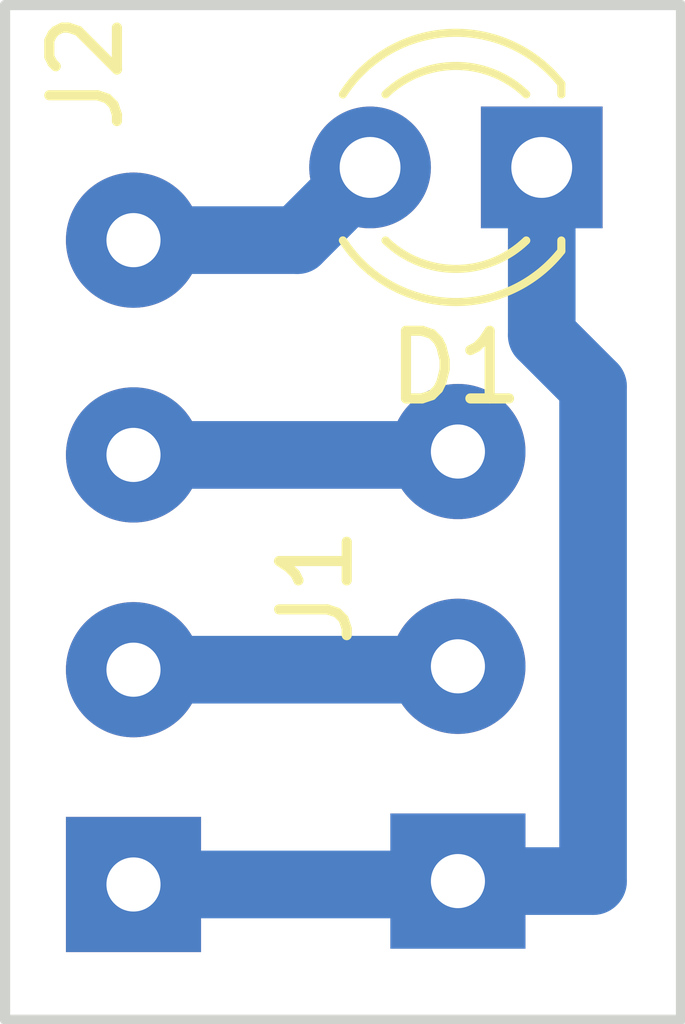
<source format=kicad_pcb>
(kicad_pcb (version 20171130) (host pcbnew 5.0.2-bee76a0~70~ubuntu18.04.1)

  (general
    (thickness 1.6)
    (drawings 4)
    (tracks 12)
    (zones 0)
    (modules 3)
    (nets 5)
  )

  (page A4)
  (layers
    (0 F.Cu signal)
    (31 B.Cu signal)
    (32 B.Adhes user)
    (33 F.Adhes user)
    (34 B.Paste user)
    (35 F.Paste user)
    (36 B.SilkS user)
    (37 F.SilkS user)
    (38 B.Mask user)
    (39 F.Mask user)
    (40 Dwgs.User user)
    (41 Cmts.User user)
    (42 Eco1.User user)
    (43 Eco2.User user)
    (44 Edge.Cuts user)
    (45 Margin user)
    (46 B.CrtYd user)
    (47 F.CrtYd user)
    (48 B.Fab user)
    (49 F.Fab user)
  )

  (setup
    (last_trace_width 1)
    (trace_clearance 0.5)
    (zone_clearance 0.508)
    (zone_45_only no)
    (trace_min 0.2)
    (segment_width 0.2)
    (edge_width 0.15)
    (via_size 0.8)
    (via_drill 0.4)
    (via_min_size 0.4)
    (via_min_drill 0.3)
    (uvia_size 0.3)
    (uvia_drill 0.1)
    (uvias_allowed no)
    (uvia_min_size 0.2)
    (uvia_min_drill 0.1)
    (pcb_text_width 0.3)
    (pcb_text_size 1.5 1.5)
    (mod_edge_width 0.15)
    (mod_text_size 1 1)
    (mod_text_width 0.15)
    (pad_size 1.524 1.524)
    (pad_drill 0.762)
    (pad_to_mask_clearance 0.051)
    (solder_mask_min_width 0.25)
    (aux_axis_origin 0 0)
    (visible_elements FFFFFF7F)
    (pcbplotparams
      (layerselection 0x010fc_ffffffff)
      (usegerberextensions true)
      (usegerberattributes false)
      (usegerberadvancedattributes false)
      (creategerberjobfile false)
      (excludeedgelayer true)
      (linewidth 0.100000)
      (plotframeref false)
      (viasonmask false)
      (mode 1)
      (useauxorigin false)
      (hpglpennumber 1)
      (hpglpenspeed 20)
      (hpglpendiameter 15.000000)
      (psnegative false)
      (psa4output false)
      (plotreference true)
      (plotvalue true)
      (plotinvisibletext false)
      (padsonsilk false)
      (subtractmaskfromsilk false)
      (outputformat 1)
      (mirror false)
      (drillshape 0)
      (scaleselection 1)
      (outputdirectory "Gerber/"))
  )

  (net 0 "")
  (net 1 "Net-(D1-Pad1)")
  (net 2 "Net-(D1-Pad2)")
  (net 3 "Net-(J1-Pad2)")
  (net 4 "Net-(J1-Pad3)")

  (net_class Default "This is the default net class."
    (clearance 0.5)
    (trace_width 1)
    (via_dia 0.8)
    (via_drill 0.4)
    (uvia_dia 0.3)
    (uvia_drill 0.1)
    (add_net "Net-(D1-Pad1)")
    (add_net "Net-(D1-Pad2)")
    (add_net "Net-(J1-Pad2)")
    (add_net "Net-(J1-Pad3)")
  )

  (module Connector_Wire:SolderWirePad_1x03_P3.175mm_Drill0.8mm (layer F.Cu) (tedit 5CC29F5A) (tstamp 5CC2A1AC)
    (at 137.7 77.55 90)
    (descr "Wire solder connection")
    (tags connector)
    (path /5CC06330)
    (attr virtual)
    (fp_text reference J1 (at 4.35 -2.1 90) (layer F.SilkS)
      (effects (font (size 1 1) (thickness 0.15)))
    )
    (fp_text value Conn_01x03 (at 3.175 2.54 90) (layer F.Fab) hide
      (effects (font (size 1 1) (thickness 0.15)))
    )
    (fp_text user %R (at 3.175 0 90) (layer F.Fab)
      (effects (font (size 1 1) (thickness 0.15)))
    )
    (fp_line (start -1.49 -1.5) (end 7.85 -1.5) (layer F.CrtYd) (width 0.05))
    (fp_line (start -1.49 -1.5) (end -1.49 1.5) (layer F.CrtYd) (width 0.05))
    (fp_line (start 7.85 1.5) (end 7.85 -1.5) (layer F.CrtYd) (width 0.05))
    (fp_line (start 7.85 1.5) (end -1.49 1.5) (layer F.CrtYd) (width 0.05))
    (pad 1 thru_hole rect (at 0 0 90) (size 1.99898 1.99898) (drill 0.8001) (layers *.Cu *.Mask)
      (net 1 "Net-(D1-Pad1)"))
    (pad 2 thru_hole circle (at 3.175 0 90) (size 1.99898 1.99898) (drill 0.8001) (layers *.Cu *.Mask)
      (net 3 "Net-(J1-Pad2)"))
    (pad 3 thru_hole circle (at 6.35 0 90) (size 1.99898 1.99898) (drill 0.8001) (layers *.Cu *.Mask)
      (net 4 "Net-(J1-Pad3)"))
  )

  (module Connector_Wire:SolderWirePad_1x04_P3.175mm_Drill0.8mm (layer F.Cu) (tedit 5CC29F51) (tstamp 5CC2A335)
    (at 132.9 77.6 90)
    (descr "Wire solder connection")
    (tags connector)
    (path /5CC28BDB)
    (attr virtual)
    (fp_text reference J2 (at 12 -0.7 90) (layer F.SilkS)
      (effects (font (size 1 1) (thickness 0.15)))
    )
    (fp_text value Conn_01x04 (at 4.7625 3.175 90) (layer F.Fab) hide
      (effects (font (size 1 1) (thickness 0.15)))
    )
    (fp_text user %R (at 4.7625 0 90) (layer F.Fab)
      (effects (font (size 1 1) (thickness 0.15)))
    )
    (fp_line (start -1.5 -1.5) (end 11.02 -1.5) (layer F.CrtYd) (width 0.05))
    (fp_line (start -1.5 -1.5) (end -1.5 1.5) (layer F.CrtYd) (width 0.05))
    (fp_line (start 11.02 1.5) (end 11.02 -1.5) (layer F.CrtYd) (width 0.05))
    (fp_line (start 11.02 1.5) (end -1.5 1.5) (layer F.CrtYd) (width 0.05))
    (pad 1 thru_hole rect (at 0 0 90) (size 1.99898 1.99898) (drill 0.8001) (layers *.Cu *.Mask)
      (net 1 "Net-(D1-Pad1)"))
    (pad 2 thru_hole circle (at 3.175 0 90) (size 1.99898 1.99898) (drill 0.8001) (layers *.Cu *.Mask)
      (net 3 "Net-(J1-Pad2)"))
    (pad 3 thru_hole circle (at 6.35 0 90) (size 1.99898 1.99898) (drill 0.8001) (layers *.Cu *.Mask)
      (net 4 "Net-(J1-Pad3)"))
    (pad 4 thru_hole circle (at 9.525 0 90) (size 1.99898 1.99898) (drill 0.8001) (layers *.Cu *.Mask)
      (net 2 "Net-(D1-Pad2)"))
  )

  (module LED_THT:LED_D3.0mm (layer F.Cu) (tedit 587A3A7B) (tstamp 5CC2A4AA)
    (at 138.94 67 180)
    (descr "LED, diameter 3.0mm, 2 pins")
    (tags "LED diameter 3.0mm 2 pins")
    (path /5CC063D7)
    (fp_text reference D1 (at 1.27 -2.96 180) (layer F.SilkS)
      (effects (font (size 1 1) (thickness 0.15)))
    )
    (fp_text value LED (at 1.24 -0.1 180) (layer F.Fab)
      (effects (font (size 1 1) (thickness 0.15)))
    )
    (fp_arc (start 1.27 0) (end -0.23 -1.16619) (angle 284.3) (layer F.Fab) (width 0.1))
    (fp_arc (start 1.27 0) (end -0.29 -1.235516) (angle 108.8) (layer F.SilkS) (width 0.12))
    (fp_arc (start 1.27 0) (end -0.29 1.235516) (angle -108.8) (layer F.SilkS) (width 0.12))
    (fp_arc (start 1.27 0) (end 0.229039 -1.08) (angle 87.9) (layer F.SilkS) (width 0.12))
    (fp_arc (start 1.27 0) (end 0.229039 1.08) (angle -87.9) (layer F.SilkS) (width 0.12))
    (fp_circle (center 1.27 0) (end 2.77 0) (layer F.Fab) (width 0.1))
    (fp_line (start -0.23 -1.16619) (end -0.23 1.16619) (layer F.Fab) (width 0.1))
    (fp_line (start -0.29 -1.236) (end -0.29 -1.08) (layer F.SilkS) (width 0.12))
    (fp_line (start -0.29 1.08) (end -0.29 1.236) (layer F.SilkS) (width 0.12))
    (fp_line (start -1.15 -2.25) (end -1.15 2.25) (layer F.CrtYd) (width 0.05))
    (fp_line (start -1.15 2.25) (end 3.7 2.25) (layer F.CrtYd) (width 0.05))
    (fp_line (start 3.7 2.25) (end 3.7 -2.25) (layer F.CrtYd) (width 0.05))
    (fp_line (start 3.7 -2.25) (end -1.15 -2.25) (layer F.CrtYd) (width 0.05))
    (pad 1 thru_hole rect (at 0 0 180) (size 1.8 1.8) (drill 0.9) (layers *.Cu *.Mask)
      (net 1 "Net-(D1-Pad1)"))
    (pad 2 thru_hole circle (at 2.54 0 180) (size 1.8 1.8) (drill 0.9) (layers *.Cu *.Mask)
      (net 2 "Net-(D1-Pad2)"))
    (model ${KISYS3DMOD}/LED_THT.3dshapes/LED_D3.0mm.wrl
      (at (xyz 0 0 0))
      (scale (xyz 1 1 1))
      (rotate (xyz 0 0 0))
    )
  )

  (gr_line (start 141 79.6) (end 141 64.6) (layer Edge.Cuts) (width 0.15))
  (gr_line (start 131 79.6) (end 141 79.6) (layer Edge.Cuts) (width 0.15))
  (gr_line (start 131 64.6) (end 131 79.6) (layer Edge.Cuts) (width 0.15))
  (gr_line (start 141 64.6) (end 131 64.6) (layer Edge.Cuts) (width 0.15))

  (segment (start 139.69949 77.55) (end 137.7 77.55) (width 1) (layer B.Cu) (net 1))
  (segment (start 139.699491 70.240243) (end 139.69949 77.55) (width 1) (layer B.Cu) (net 1))
  (segment (start 138.94 69.480752) (end 139.699491 70.240243) (width 1) (layer B.Cu) (net 1))
  (segment (start 138.94 67) (end 138.94 69.480752) (width 1) (layer B.Cu) (net 1))
  (segment (start 137.65 77.6) (end 137.7 77.55) (width 1) (layer B.Cu) (net 1))
  (segment (start 132.9 77.6) (end 137.65 77.6) (width 1) (layer B.Cu) (net 1))
  (segment (start 135.325 68.075) (end 136.4 67) (width 1) (layer B.Cu) (net 2))
  (segment (start 132.9 68.075) (end 135.325 68.075) (width 1) (layer B.Cu) (net 2) (tstamp 5CC2A577))
  (segment (start 137.65 74.425) (end 137.7 74.375) (width 1) (layer B.Cu) (net 3))
  (segment (start 132.9 74.425) (end 137.65 74.425) (width 1) (layer B.Cu) (net 3))
  (segment (start 137.65 71.25) (end 137.7 71.2) (width 1) (layer B.Cu) (net 4))
  (segment (start 132.9 71.25) (end 137.65 71.25) (width 1) (layer B.Cu) (net 4))

)

</source>
